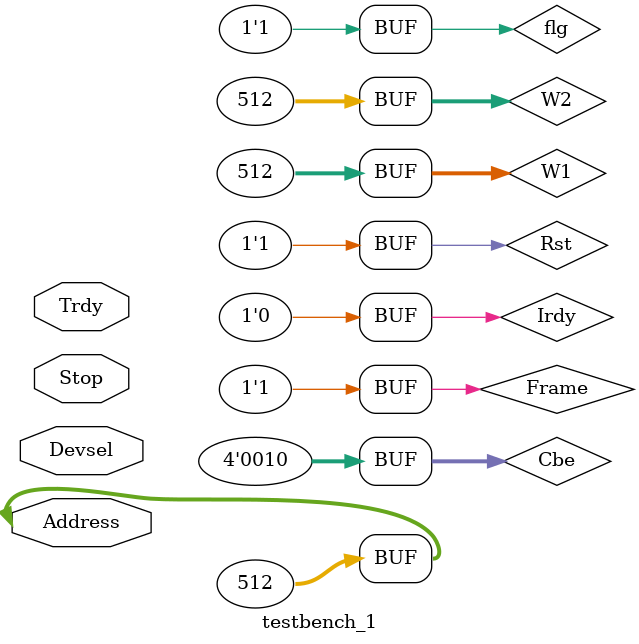
<source format=v>
module testbench_1(Trdy, Devsel, Stop, Address);
    reg[31:0] W2, Mem[0:7];
    clk c1(Clk);
    inout [31:0]Address;
    input Stop, Devsel, Trdy;
    reg [3:0] Cbe;
    reg flg, Rst, Frame, Irdy;
    wire[31:0] W1;
    PCI p1(Clk, Rst, Frame, Irdy, Trdy, Address, Cbe, Devsel, Stop);
    assign Address = flg? W2 : 32'hzzzzzzzz;
    assign W1 = flg? Address : 32'hzzzzzzzz;
    //Beginig Testbench 
    initial begin
        Rst <= 1'b1;
        #20
            Rst <= 1'b0;
            Frame <= 1'b1;
        #20
	    flg <= 1'b1;
            Rst <= 1'b1;
            Frame <= 1'b0;
            W2 <= 32'h00000200; //Not Our PCI Device
            Cbe <= 4'b0010;
	#20
            Frame <= 1'b1;
	    Irdy <= 1'b0;
    end
endmodule

</source>
